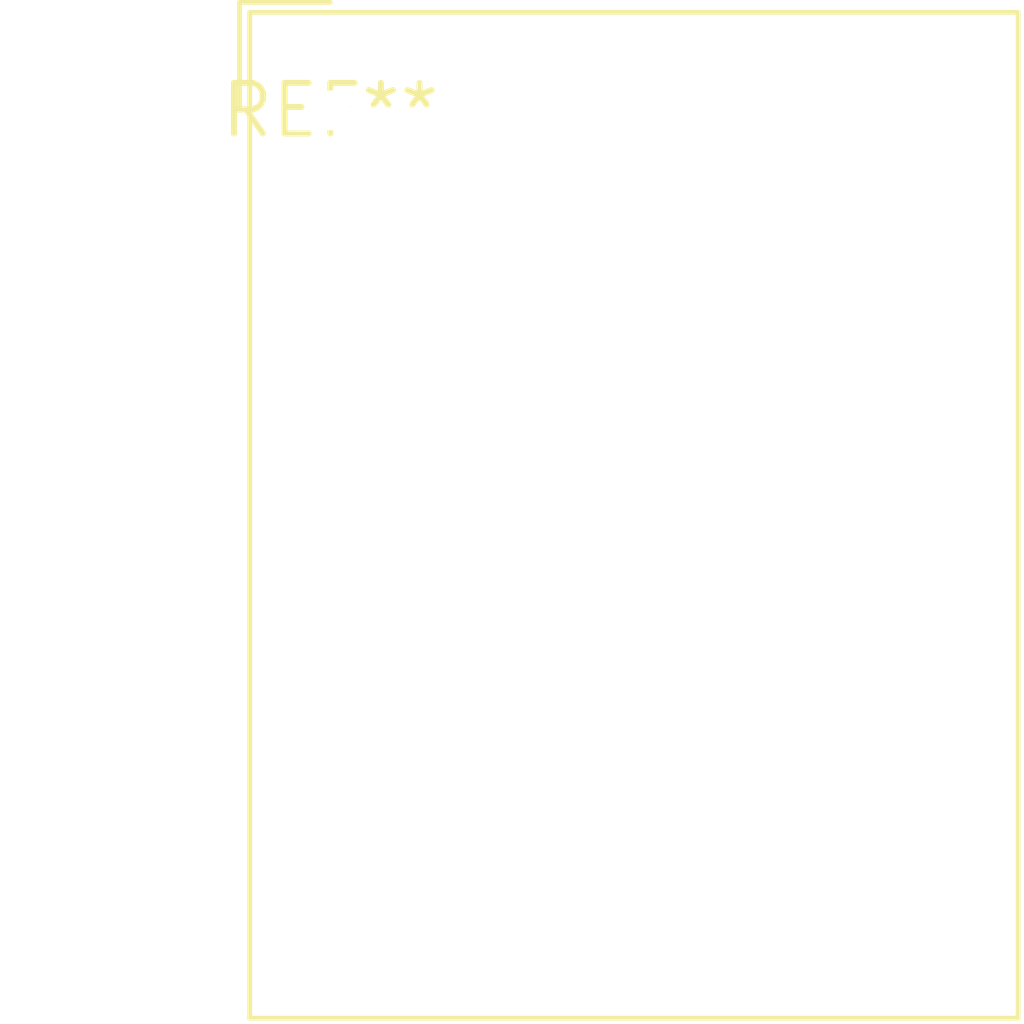
<source format=kicad_pcb>
(kicad_pcb (version 20240108) (generator pcbnew)
  (layers (0 "F.Cu" signal) (31 "B.Cu" signal) (34 "B.Paste" user) (35 "F.Paste" user) (36 "B.SilkS" user "B.Silkscreen") (37 "F.SilkS" user "F.Silkscreen") (38 "B.Mask" user) (39 "F.Mask" user) (44 "Edge.Cuts" user))
  (net 0 "")
  (footprint "DA56-11SURKWA" (layer "F.Cu") (at 0 0)
    (property "Reference" "REF**")
    (property "Value" "DA56-11SURKWA")
    (fp_line (start -2.28 -2.71) (end -2.28 0) (layer "F.SilkS") (stroke (width 0.12)))
    (fp_line (start -2.28 -2.71) (end 0 -2.71) (layer "F.SilkS") (stroke (width 0.12)))
    (fp_line (start -2.025 -2.46) (end 17.265 -2.46) (layer "F.SilkS") (stroke (width 0.12)))
    (fp_line (start -2.025 22.79) (end -2.025 -2.46) (layer "F.SilkS") (stroke (width 0.12)))
    (fp_line (start 17.265 -2.46) (end 17.265 22.79) (layer "F.SilkS") (stroke (width 0.12)))
    (fp_line (start 17.265 22.79) (end -2.025 22.79) (layer "F.SilkS") (stroke (width 0.12)))
    (pad "1" thru_hole rect (at 0 0) (size 1.5 1.5) (drill 1) (layers *.Cu *.Mask) (remove_unused_layers))
    (pad "2" thru_hole circle (at 0 2.54) (size 1.5 1.5) (drill 1) (layers *.Cu *.Mask) (remove_unused_layers))
    (pad "3" thru_hole circle (at 0 5.08) (size 1.5 1.5) (drill 1) (layers *.Cu *.Mask) (remove_unused_layers))
    (pad "4" thru_hole circle (at 0 7.62) (size 1.5 1.5) (drill 1) (layers *.Cu *.Mask) (remove_unused_layers))
    (pad "5" thru_hole circle (at 0 10.16) (size 1.5 1.5) (drill 1) (layers *.Cu *.Mask) (remove_unused_layers))
    (pad "6" thru_hole circle (at 0 12.7) (size 1.5 1.5) (drill 1) (layers *.Cu *.Mask) (remove_unused_layers))
    (pad "7" thru_hole circle (at 0 15.24) (size 1.5 1.5) (drill 1) (layers *.Cu *.Mask) (remove_unused_layers))
    (pad "8" thru_hole circle (at 0 17.78) (size 1.5 1.5) (drill 1) (layers *.Cu *.Mask) (remove_unused_layers))
    (pad "9" thru_hole circle (at 0 20.32) (size 1.5 1.5) (drill 1) (layers *.Cu *.Mask) (remove_unused_layers))
    (pad "10" thru_hole circle (at 15.24 20.32) (size 1.5 1.5) (drill 1) (layers *.Cu *.Mask) (remove_unused_layers))
    (pad "11" thru_hole circle (at 15.24 17.78) (size 1.5 1.5) (drill 1) (layers *.Cu *.Mask) (remove_unused_layers))
    (pad "12" thru_hole circle (at 15.24 15.24) (size 1.5 1.5) (drill 1) (layers *.Cu *.Mask) (remove_unused_layers))
    (pad "13" thru_hole circle (at 15.24 12.7) (size 1.5 1.5) (drill 1) (layers *.Cu *.Mask) (remove_unused_layers))
    (pad "14" thru_hole circle (at 15.24 10.16) (size 1.5 1.5) (drill 1) (layers *.Cu *.Mask) (remove_unused_layers))
    (pad "15" thru_hole circle (at 15.24 7.62) (size 1.5 1.5) (drill 1) (layers *.Cu *.Mask) (remove_unused_layers))
    (pad "16" thru_hole circle (at 15.24 5.08) (size 1.5 1.5) (drill 1) (layers *.Cu *.Mask) (remove_unused_layers))
    (pad "17" thru_hole circle (at 15.24 2.54) (size 1.5 1.5) (drill 1) (layers *.Cu *.Mask) (remove_unused_layers))
    (pad "18" thru_hole circle (at 15.24 0) (size 1.5 1.5) (drill 1) (layers *.Cu *.Mask) (remove_unused_layers))
  )
)
</source>
